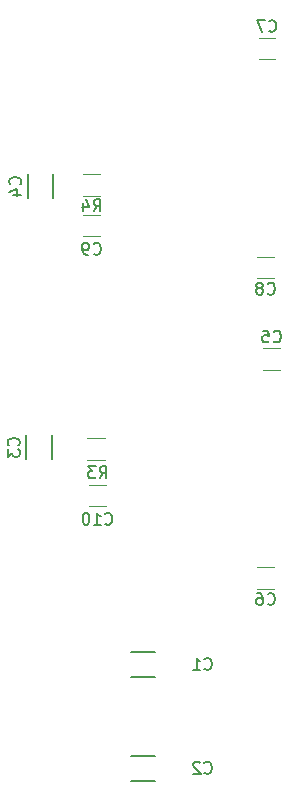
<source format=gbr>
%TF.GenerationSoftware,KiCad,Pcbnew,5.1.10-1.fc34*%
%TF.CreationDate,2021-06-08T11:51:25-04:00*%
%TF.ProjectId,BREAD_Slice,42524541-445f-4536-9c69-63652e6b6963,rev?*%
%TF.SameCoordinates,Original*%
%TF.FileFunction,Legend,Bot*%
%TF.FilePolarity,Positive*%
%FSLAX46Y46*%
G04 Gerber Fmt 4.6, Leading zero omitted, Abs format (unit mm)*
G04 Created by KiCad (PCBNEW 5.1.10-1.fc34) date 2021-06-08 11:51:25*
%MOMM*%
%LPD*%
G01*
G04 APERTURE LIST*
%ADD10C,0.120000*%
%ADD11C,0.150000*%
G04 APERTURE END LIST*
D10*
%TO.C,C10*%
X154426252Y-83772000D02*
X153003748Y-83772000D01*
X154426252Y-85592000D02*
X153003748Y-85592000D01*
%TO.C,C9*%
X153918252Y-60912000D02*
X152495748Y-60912000D01*
X153918252Y-62732000D02*
X152495748Y-62732000D01*
%TO.C,R4*%
X153934064Y-57483000D02*
X152479936Y-57483000D01*
X153934064Y-59303000D02*
X152479936Y-59303000D01*
%TO.C,R3*%
X154315064Y-79835000D02*
X152860936Y-79835000D01*
X154315064Y-81655000D02*
X152860936Y-81655000D01*
%TO.C,C8*%
X167227748Y-66288000D02*
X168650252Y-66288000D01*
X167227748Y-64468000D02*
X168650252Y-64468000D01*
%TO.C,C7*%
X168777252Y-45926000D02*
X167354748Y-45926000D01*
X168777252Y-47746000D02*
X167354748Y-47746000D01*
%TO.C,C6*%
X167227748Y-92577000D02*
X168650252Y-92577000D01*
X167227748Y-90757000D02*
X168650252Y-90757000D01*
%TO.C,C5*%
X169158252Y-72215000D02*
X167735748Y-72215000D01*
X169158252Y-74035000D02*
X167735748Y-74035000D01*
D11*
%TO.C,C4*%
X149959000Y-59490000D02*
X149959000Y-57480000D01*
X147819000Y-59520000D02*
X147819000Y-57510000D01*
%TO.C,C3*%
X149832000Y-81588000D02*
X149832000Y-79578000D01*
X147692000Y-81618000D02*
X147692000Y-79608000D01*
%TO.C,C1*%
X158570000Y-97930000D02*
X156560000Y-97930000D01*
X158600000Y-100070000D02*
X156590000Y-100070000D01*
%TO.C,C2*%
X158600000Y-108870000D02*
X156590000Y-108870000D01*
X158570000Y-106730000D02*
X156560000Y-106730000D01*
%TO.C,C10*%
X154357857Y-87071142D02*
X154405476Y-87118761D01*
X154548333Y-87166380D01*
X154643571Y-87166380D01*
X154786428Y-87118761D01*
X154881666Y-87023523D01*
X154929285Y-86928285D01*
X154976904Y-86737809D01*
X154976904Y-86594952D01*
X154929285Y-86404476D01*
X154881666Y-86309238D01*
X154786428Y-86214000D01*
X154643571Y-86166380D01*
X154548333Y-86166380D01*
X154405476Y-86214000D01*
X154357857Y-86261619D01*
X153405476Y-87166380D02*
X153976904Y-87166380D01*
X153691190Y-87166380D02*
X153691190Y-86166380D01*
X153786428Y-86309238D01*
X153881666Y-86404476D01*
X153976904Y-86452095D01*
X152786428Y-86166380D02*
X152691190Y-86166380D01*
X152595952Y-86214000D01*
X152548333Y-86261619D01*
X152500714Y-86356857D01*
X152453095Y-86547333D01*
X152453095Y-86785428D01*
X152500714Y-86975904D01*
X152548333Y-87071142D01*
X152595952Y-87118761D01*
X152691190Y-87166380D01*
X152786428Y-87166380D01*
X152881666Y-87118761D01*
X152929285Y-87071142D01*
X152976904Y-86975904D01*
X153024523Y-86785428D01*
X153024523Y-86547333D01*
X152976904Y-86356857D01*
X152929285Y-86261619D01*
X152881666Y-86214000D01*
X152786428Y-86166380D01*
%TO.C,C9*%
X153373666Y-64211142D02*
X153421285Y-64258761D01*
X153564142Y-64306380D01*
X153659380Y-64306380D01*
X153802238Y-64258761D01*
X153897476Y-64163523D01*
X153945095Y-64068285D01*
X153992714Y-63877809D01*
X153992714Y-63734952D01*
X153945095Y-63544476D01*
X153897476Y-63449238D01*
X153802238Y-63354000D01*
X153659380Y-63306380D01*
X153564142Y-63306380D01*
X153421285Y-63354000D01*
X153373666Y-63401619D01*
X152897476Y-64306380D02*
X152707000Y-64306380D01*
X152611761Y-64258761D01*
X152564142Y-64211142D01*
X152468904Y-64068285D01*
X152421285Y-63877809D01*
X152421285Y-63496857D01*
X152468904Y-63401619D01*
X152516523Y-63354000D01*
X152611761Y-63306380D01*
X152802238Y-63306380D01*
X152897476Y-63354000D01*
X152945095Y-63401619D01*
X152992714Y-63496857D01*
X152992714Y-63734952D01*
X152945095Y-63830190D01*
X152897476Y-63877809D01*
X152802238Y-63925428D01*
X152611761Y-63925428D01*
X152516523Y-63877809D01*
X152468904Y-63830190D01*
X152421285Y-63734952D01*
%TO.C,R4*%
X153373666Y-60623380D02*
X153707000Y-60147190D01*
X153945095Y-60623380D02*
X153945095Y-59623380D01*
X153564142Y-59623380D01*
X153468904Y-59671000D01*
X153421285Y-59718619D01*
X153373666Y-59813857D01*
X153373666Y-59956714D01*
X153421285Y-60051952D01*
X153468904Y-60099571D01*
X153564142Y-60147190D01*
X153945095Y-60147190D01*
X152516523Y-59956714D02*
X152516523Y-60623380D01*
X152754619Y-59575761D02*
X152992714Y-60290047D01*
X152373666Y-60290047D01*
%TO.C,R3*%
X153881666Y-83229380D02*
X154215000Y-82753190D01*
X154453095Y-83229380D02*
X154453095Y-82229380D01*
X154072142Y-82229380D01*
X153976904Y-82277000D01*
X153929285Y-82324619D01*
X153881666Y-82419857D01*
X153881666Y-82562714D01*
X153929285Y-82657952D01*
X153976904Y-82705571D01*
X154072142Y-82753190D01*
X154453095Y-82753190D01*
X153548333Y-82229380D02*
X152929285Y-82229380D01*
X153262619Y-82610333D01*
X153119761Y-82610333D01*
X153024523Y-82657952D01*
X152976904Y-82705571D01*
X152929285Y-82800809D01*
X152929285Y-83038904D01*
X152976904Y-83134142D01*
X153024523Y-83181761D01*
X153119761Y-83229380D01*
X153405476Y-83229380D01*
X153500714Y-83181761D01*
X153548333Y-83134142D01*
%TO.C,C8*%
X168105666Y-67585142D02*
X168153285Y-67632761D01*
X168296142Y-67680380D01*
X168391380Y-67680380D01*
X168534238Y-67632761D01*
X168629476Y-67537523D01*
X168677095Y-67442285D01*
X168724714Y-67251809D01*
X168724714Y-67108952D01*
X168677095Y-66918476D01*
X168629476Y-66823238D01*
X168534238Y-66728000D01*
X168391380Y-66680380D01*
X168296142Y-66680380D01*
X168153285Y-66728000D01*
X168105666Y-66775619D01*
X167534238Y-67108952D02*
X167629476Y-67061333D01*
X167677095Y-67013714D01*
X167724714Y-66918476D01*
X167724714Y-66870857D01*
X167677095Y-66775619D01*
X167629476Y-66728000D01*
X167534238Y-66680380D01*
X167343761Y-66680380D01*
X167248523Y-66728000D01*
X167200904Y-66775619D01*
X167153285Y-66870857D01*
X167153285Y-66918476D01*
X167200904Y-67013714D01*
X167248523Y-67061333D01*
X167343761Y-67108952D01*
X167534238Y-67108952D01*
X167629476Y-67156571D01*
X167677095Y-67204190D01*
X167724714Y-67299428D01*
X167724714Y-67489904D01*
X167677095Y-67585142D01*
X167629476Y-67632761D01*
X167534238Y-67680380D01*
X167343761Y-67680380D01*
X167248523Y-67632761D01*
X167200904Y-67585142D01*
X167153285Y-67489904D01*
X167153285Y-67299428D01*
X167200904Y-67204190D01*
X167248523Y-67156571D01*
X167343761Y-67108952D01*
%TO.C,C7*%
X168232666Y-45343142D02*
X168280285Y-45390761D01*
X168423142Y-45438380D01*
X168518380Y-45438380D01*
X168661238Y-45390761D01*
X168756476Y-45295523D01*
X168804095Y-45200285D01*
X168851714Y-45009809D01*
X168851714Y-44866952D01*
X168804095Y-44676476D01*
X168756476Y-44581238D01*
X168661238Y-44486000D01*
X168518380Y-44438380D01*
X168423142Y-44438380D01*
X168280285Y-44486000D01*
X168232666Y-44533619D01*
X167899333Y-44438380D02*
X167232666Y-44438380D01*
X167661238Y-45438380D01*
%TO.C,C6*%
X168105666Y-93874142D02*
X168153285Y-93921761D01*
X168296142Y-93969380D01*
X168391380Y-93969380D01*
X168534238Y-93921761D01*
X168629476Y-93826523D01*
X168677095Y-93731285D01*
X168724714Y-93540809D01*
X168724714Y-93397952D01*
X168677095Y-93207476D01*
X168629476Y-93112238D01*
X168534238Y-93017000D01*
X168391380Y-92969380D01*
X168296142Y-92969380D01*
X168153285Y-93017000D01*
X168105666Y-93064619D01*
X167248523Y-92969380D02*
X167439000Y-92969380D01*
X167534238Y-93017000D01*
X167581857Y-93064619D01*
X167677095Y-93207476D01*
X167724714Y-93397952D01*
X167724714Y-93778904D01*
X167677095Y-93874142D01*
X167629476Y-93921761D01*
X167534238Y-93969380D01*
X167343761Y-93969380D01*
X167248523Y-93921761D01*
X167200904Y-93874142D01*
X167153285Y-93778904D01*
X167153285Y-93540809D01*
X167200904Y-93445571D01*
X167248523Y-93397952D01*
X167343761Y-93350333D01*
X167534238Y-93350333D01*
X167629476Y-93397952D01*
X167677095Y-93445571D01*
X167724714Y-93540809D01*
%TO.C,C5*%
X168613666Y-71632142D02*
X168661285Y-71679761D01*
X168804142Y-71727380D01*
X168899380Y-71727380D01*
X169042238Y-71679761D01*
X169137476Y-71584523D01*
X169185095Y-71489285D01*
X169232714Y-71298809D01*
X169232714Y-71155952D01*
X169185095Y-70965476D01*
X169137476Y-70870238D01*
X169042238Y-70775000D01*
X168899380Y-70727380D01*
X168804142Y-70727380D01*
X168661285Y-70775000D01*
X168613666Y-70822619D01*
X167708904Y-70727380D02*
X168185095Y-70727380D01*
X168232714Y-71203571D01*
X168185095Y-71155952D01*
X168089857Y-71108333D01*
X167851761Y-71108333D01*
X167756523Y-71155952D01*
X167708904Y-71203571D01*
X167661285Y-71298809D01*
X167661285Y-71536904D01*
X167708904Y-71632142D01*
X167756523Y-71679761D01*
X167851761Y-71727380D01*
X168089857Y-71727380D01*
X168185095Y-71679761D01*
X168232714Y-71632142D01*
%TO.C,C4*%
X147146142Y-58353333D02*
X147193761Y-58305714D01*
X147241380Y-58162857D01*
X147241380Y-58067619D01*
X147193761Y-57924761D01*
X147098523Y-57829523D01*
X147003285Y-57781904D01*
X146812809Y-57734285D01*
X146669952Y-57734285D01*
X146479476Y-57781904D01*
X146384238Y-57829523D01*
X146289000Y-57924761D01*
X146241380Y-58067619D01*
X146241380Y-58162857D01*
X146289000Y-58305714D01*
X146336619Y-58353333D01*
X146574714Y-59210476D02*
X147241380Y-59210476D01*
X146193761Y-58972380D02*
X146908047Y-58734285D01*
X146908047Y-59353333D01*
%TO.C,C3*%
X147019142Y-80451333D02*
X147066761Y-80403714D01*
X147114380Y-80260857D01*
X147114380Y-80165619D01*
X147066761Y-80022761D01*
X146971523Y-79927523D01*
X146876285Y-79879904D01*
X146685809Y-79832285D01*
X146542952Y-79832285D01*
X146352476Y-79879904D01*
X146257238Y-79927523D01*
X146162000Y-80022761D01*
X146114380Y-80165619D01*
X146114380Y-80260857D01*
X146162000Y-80403714D01*
X146209619Y-80451333D01*
X146114380Y-80784666D02*
X146114380Y-81403714D01*
X146495333Y-81070380D01*
X146495333Y-81213238D01*
X146542952Y-81308476D01*
X146590571Y-81356095D01*
X146685809Y-81403714D01*
X146923904Y-81403714D01*
X147019142Y-81356095D01*
X147066761Y-81308476D01*
X147114380Y-81213238D01*
X147114380Y-80927523D01*
X147066761Y-80832285D01*
X147019142Y-80784666D01*
%TO.C,C1*%
X162766666Y-99357142D02*
X162814285Y-99404761D01*
X162957142Y-99452380D01*
X163052380Y-99452380D01*
X163195238Y-99404761D01*
X163290476Y-99309523D01*
X163338095Y-99214285D01*
X163385714Y-99023809D01*
X163385714Y-98880952D01*
X163338095Y-98690476D01*
X163290476Y-98595238D01*
X163195238Y-98500000D01*
X163052380Y-98452380D01*
X162957142Y-98452380D01*
X162814285Y-98500000D01*
X162766666Y-98547619D01*
X161814285Y-99452380D02*
X162385714Y-99452380D01*
X162100000Y-99452380D02*
X162100000Y-98452380D01*
X162195238Y-98595238D01*
X162290476Y-98690476D01*
X162385714Y-98738095D01*
%TO.C,C2*%
X162766666Y-108157142D02*
X162814285Y-108204761D01*
X162957142Y-108252380D01*
X163052380Y-108252380D01*
X163195238Y-108204761D01*
X163290476Y-108109523D01*
X163338095Y-108014285D01*
X163385714Y-107823809D01*
X163385714Y-107680952D01*
X163338095Y-107490476D01*
X163290476Y-107395238D01*
X163195238Y-107300000D01*
X163052380Y-107252380D01*
X162957142Y-107252380D01*
X162814285Y-107300000D01*
X162766666Y-107347619D01*
X162385714Y-107347619D02*
X162338095Y-107300000D01*
X162242857Y-107252380D01*
X162004761Y-107252380D01*
X161909523Y-107300000D01*
X161861904Y-107347619D01*
X161814285Y-107442857D01*
X161814285Y-107538095D01*
X161861904Y-107680952D01*
X162433333Y-108252380D01*
X161814285Y-108252380D01*
%TD*%
M02*

</source>
